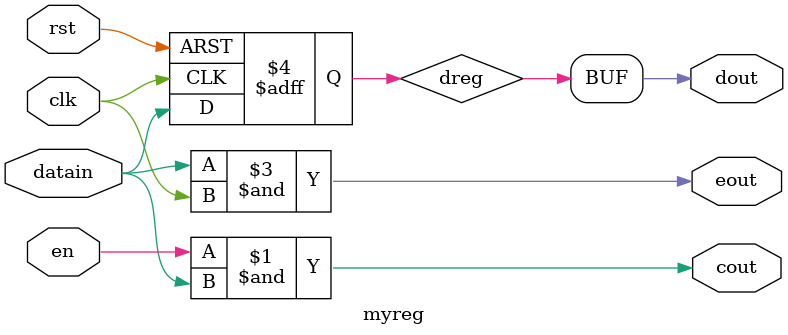
<source format=v>
module top(
 clk1,en1, data1, 
 q1, q2,q3
 );

input clk1, en1;
input data1;
output q1, q2,q3;

wire cwire, rwire ,dwire;
wire clk_gt;

assign clk_gt = en1 & clk1;

// Register module 

myreg U_reg (
 .datain(data1),
 .rst(1'b1),
 .clk(clk_gt),
 .en(1'b0),
 .dout(rwire),
 .cout(cwire),
 .eout(dwire)
 );

assign q1 = rwire;
assign q2 = cwire;
assign q3 = dwire & en1;

endmodule


module myreg (
 datain,
 rst,
 clk,
 en,
 dout,
 cout,eout
 ) ;

input clk, rst, datain, en;
output dout;
output cout;
output eout;
 reg dreg;

 assign cout = en & datain;

 always @(posedge clk or posedge rst)
  begin
   if (rst)
    dreg <= 'b0;
   else
    dreg <= datain;
  end

assign dout = dreg;
assign eout =datain & clk;
endmodule
</source>
